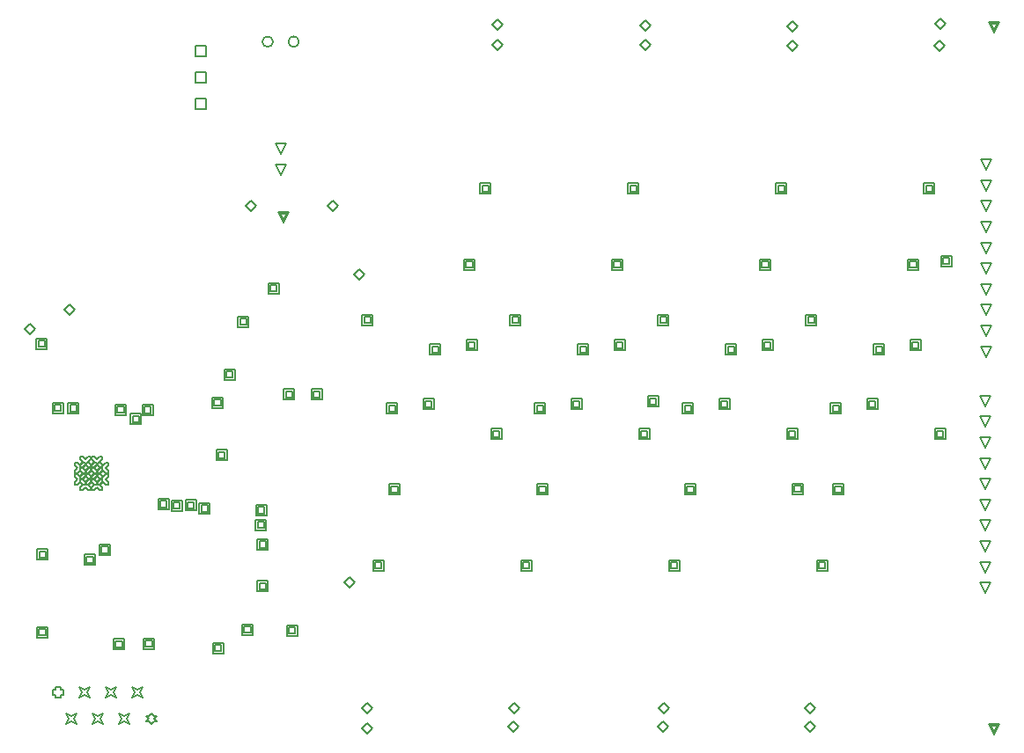
<source format=gbr>
G04*
G04 #@! TF.GenerationSoftware,Altium Limited,Altium Designer,24.0.1 (36)*
G04*
G04 Layer_Color=2752767*
%FSLAX25Y25*%
%MOIN*%
G70*
G04*
G04 #@! TF.SameCoordinates,A2E01C4A-C41F-4235-85C4-DC12FCC8AE1E*
G04*
G04*
G04 #@! TF.FilePolarity,Positive*
G04*
G01*
G75*
%ADD10C,0.00500*%
%ADD106C,0.00667*%
D10*
X305000Y406000D02*
X303000Y410000D01*
X307000D01*
X305000Y406000D01*
Y406800D02*
X303800Y409200D01*
X306200D01*
X305000Y406800D01*
X574000Y212000D02*
X572000Y216000D01*
X576000D01*
X574000Y212000D01*
Y212800D02*
X572800Y215200D01*
X575200D01*
X574000Y212800D01*
Y478000D02*
X572000Y482000D01*
X576000D01*
X574000Y478000D01*
Y478800D02*
X572800Y481200D01*
X575200D01*
X574000Y478800D01*
X225839Y310996D02*
X226839D01*
X227839Y311996D01*
X228839Y310996D01*
X229839D01*
Y311996D01*
X228839Y312996D01*
X229839Y313996D01*
Y314996D01*
X228839D01*
X227839Y313996D01*
X226839Y314996D01*
X225839D01*
Y313996D01*
X226839Y312996D01*
X225839Y311996D01*
Y310996D01*
X228004Y313161D02*
X229004D01*
X230004Y314161D01*
X231004Y313161D01*
X232004D01*
Y314161D01*
X231004Y315161D01*
X232004Y316161D01*
Y317161D01*
X231004D01*
X230004Y316161D01*
X229004Y317161D01*
X228004D01*
Y316161D01*
X229004Y315161D01*
X228004Y314161D01*
Y313161D01*
X232335D02*
X233335D01*
X234335Y314161D01*
X235335Y313161D01*
X236335D01*
Y314161D01*
X235335Y315161D01*
X236335Y316161D01*
Y317161D01*
X235335D01*
X234335Y316161D01*
X233335Y317161D01*
X232335D01*
Y316161D01*
X233335Y315161D01*
X232335Y314161D01*
Y313161D01*
X225839Y306665D02*
X226839D01*
X227839Y307665D01*
X228839Y306665D01*
X229839D01*
Y307665D01*
X228839Y308665D01*
X229839Y309665D01*
Y310665D01*
X228839D01*
X227839Y309665D01*
X226839Y310665D01*
X225839D01*
Y309665D01*
X226839Y308665D01*
X225839Y307665D01*
Y306665D01*
X230169Y310996D02*
X231169D01*
X232169Y311996D01*
X233169Y310996D01*
X234169D01*
Y311996D01*
X233169Y312996D01*
X234169Y313996D01*
Y314996D01*
X233169D01*
X232169Y313996D01*
X231169Y314996D01*
X230169D01*
Y313996D01*
X231169Y312996D01*
X230169Y311996D01*
Y310996D01*
X228004Y308831D02*
X229004D01*
X230004Y309831D01*
X231004Y308831D01*
X232004D01*
Y309831D01*
X231004Y310831D01*
X232004Y311831D01*
Y312831D01*
X231004D01*
X230004Y311831D01*
X229004Y312831D01*
X228004D01*
Y311831D01*
X229004Y310831D01*
X228004Y309831D01*
Y308831D01*
Y304500D02*
X229004D01*
X230004Y305500D01*
X231004Y304500D01*
X232004D01*
Y305500D01*
X231004Y306500D01*
X232004Y307500D01*
Y308500D01*
X231004D01*
X230004Y307500D01*
X229004Y308500D01*
X228004D01*
Y307500D01*
X229004Y306500D01*
X228004Y305500D01*
Y304500D01*
X230169Y306665D02*
X231169D01*
X232169Y307665D01*
X233169Y306665D01*
X234169D01*
Y307665D01*
X233169Y308665D01*
X234169Y309665D01*
Y310665D01*
X233169D01*
X232169Y309665D01*
X231169Y310665D01*
X230169D01*
Y309665D01*
X231169Y308665D01*
X230169Y307665D01*
Y306665D01*
X234500Y310996D02*
X235500D01*
X236500Y311996D01*
X237500Y310996D01*
X238500D01*
Y311996D01*
X237500Y312996D01*
X238500Y313996D01*
Y314996D01*
X237500D01*
X236500Y313996D01*
X235500Y314996D01*
X234500D01*
Y313996D01*
X235500Y312996D01*
X234500Y311996D01*
Y310996D01*
Y306665D02*
X235500D01*
X236500Y307665D01*
X237500Y306665D01*
X238500D01*
Y307665D01*
X237500Y308665D01*
X238500Y309665D01*
Y310665D01*
X237500D01*
X236500Y309665D01*
X235500Y310665D01*
X234500D01*
Y309665D01*
X235500Y308665D01*
X234500Y307665D01*
Y306665D01*
X232335Y308831D02*
X233335D01*
X234335Y309831D01*
X235335Y308831D01*
X236335D01*
Y309831D01*
X235335Y310831D01*
X236335Y311831D01*
Y312831D01*
X235335D01*
X234335Y311831D01*
X233335Y312831D01*
X232335D01*
Y311831D01*
X233335Y310831D01*
X232335Y309831D01*
Y308831D01*
Y304500D02*
X233335D01*
X234335Y305500D01*
X235335Y304500D01*
X236335D01*
Y305500D01*
X235335Y306500D01*
X236335Y307500D01*
Y308500D01*
X235335D01*
X234335Y307500D01*
X233335Y308500D01*
X232335D01*
Y307500D01*
X233335Y306500D01*
X232335Y305500D01*
Y304500D01*
X271693Y449000D02*
Y453000D01*
X275693D01*
Y449000D01*
X271693D01*
Y459000D02*
Y463000D01*
X275693D01*
Y459000D01*
X271693D01*
Y469000D02*
Y473000D01*
X275693D01*
Y469000D01*
X271693D01*
X304000Y431937D02*
X302000Y435937D01*
X306000D01*
X304000Y431937D01*
Y424063D02*
X302000Y428063D01*
X306000D01*
X304000Y424063D01*
X570737Y265514D02*
X568737Y269514D01*
X572737D01*
X570737Y265514D01*
Y273389D02*
X568737Y277389D01*
X572737D01*
X570737Y273389D01*
Y281262D02*
X568737Y285262D01*
X572737D01*
X570737Y281262D01*
Y289137D02*
X568737Y293137D01*
X572737D01*
X570737Y289137D01*
Y297010D02*
X568737Y301010D01*
X572737D01*
X570737Y297010D01*
Y304885D02*
X568737Y308885D01*
X572737D01*
X570737Y304885D01*
Y312758D02*
X568737Y316758D01*
X572737D01*
X570737Y312758D01*
Y320633D02*
X568737Y324633D01*
X572737D01*
X570737Y320633D01*
Y328507D02*
X568737Y332507D01*
X572737D01*
X570737Y328507D01*
Y336381D02*
X568737Y340381D01*
X572737D01*
X570737Y336381D01*
X571026Y355043D02*
X569026Y359043D01*
X573026D01*
X571026Y355043D01*
Y362917D02*
X569026Y366917D01*
X573026D01*
X571026Y362917D01*
Y370791D02*
X569026Y374791D01*
X573026D01*
X571026Y370791D01*
Y378665D02*
X569026Y382665D01*
X573026D01*
X571026Y378665D01*
Y386539D02*
X569026Y390539D01*
X573026D01*
X571026Y386539D01*
Y394413D02*
X569026Y398413D01*
X573026D01*
X571026Y394413D01*
Y402287D02*
X569026Y406287D01*
X573026D01*
X571026Y402287D01*
Y410161D02*
X569026Y414161D01*
X573026D01*
X571026Y410161D01*
Y418035D02*
X569026Y422035D01*
X573026D01*
X571026Y418035D01*
Y425909D02*
X569026Y429909D01*
X573026D01*
X571026Y425909D01*
X255000Y216000D02*
X256000Y217000D01*
X257000D01*
X256000Y218000D01*
X257000Y219000D01*
X256000D01*
X255000Y220000D01*
X254000Y219000D01*
X253000D01*
X254000Y218000D01*
X253000Y217000D01*
X254000D01*
X255000Y216000D01*
X242764D02*
X243764Y218000D01*
X242764Y220000D01*
X244764Y219000D01*
X246764Y220000D01*
X245764Y218000D01*
X246764Y216000D01*
X244764Y217000D01*
X242764Y216000D01*
X232764D02*
X233764Y218000D01*
X232764Y220000D01*
X234764Y219000D01*
X236764Y220000D01*
X235764Y218000D01*
X236764Y216000D01*
X234764Y217000D01*
X232764Y216000D01*
X247764Y226000D02*
X248764Y228000D01*
X247764Y230000D01*
X249764Y229000D01*
X251764Y230000D01*
X250764Y228000D01*
X251764Y226000D01*
X249764Y227000D01*
X247764Y226000D01*
X237764D02*
X238764Y228000D01*
X237764Y230000D01*
X239764Y229000D01*
X241764Y230000D01*
X240764Y228000D01*
X241764Y226000D01*
X239764Y227000D01*
X237764Y226000D01*
X218528Y227000D02*
Y226000D01*
X220528D01*
Y227000D01*
X221528D01*
Y229000D01*
X220528D01*
Y230000D01*
X218528D01*
Y229000D01*
X217528D01*
Y227000D01*
X218528D01*
X222764Y216000D02*
X223764Y218000D01*
X222764Y220000D01*
X224764Y219000D01*
X226764Y220000D01*
X225764Y218000D01*
X226764Y216000D01*
X224764Y217000D01*
X222764Y216000D01*
X227764Y226000D02*
X228764Y228000D01*
X227764Y230000D01*
X229764Y229000D01*
X231764Y230000D01*
X230764Y228000D01*
X231764Y226000D01*
X229764Y227000D01*
X227764Y226000D01*
X207152Y365459D02*
X209152Y367459D01*
X211152Y365459D01*
X209152Y363459D01*
X207152Y365459D01*
X267888Y296852D02*
Y300852D01*
X271888D01*
Y296852D01*
X267888D01*
X268688Y297652D02*
Y300052D01*
X271088D01*
Y297652D01*
X268688D01*
X262513Y296711D02*
Y300711D01*
X266513D01*
Y296711D01*
X262513D01*
X263313Y297511D02*
Y299911D01*
X265713D01*
Y297511D01*
X263313D01*
X277989Y335697D02*
Y339697D01*
X281989D01*
Y335697D01*
X277989D01*
X278788Y336497D02*
Y338897D01*
X281189D01*
Y336497D01*
X278788D01*
X287749Y366393D02*
Y370393D01*
X291749D01*
Y366393D01*
X287749D01*
X288549Y367193D02*
Y369593D01*
X290949D01*
Y367193D01*
X288549D01*
X290790Y412249D02*
X292790Y414249D01*
X294790Y412249D01*
X292790Y410249D01*
X290790Y412249D01*
X553892Y389412D02*
Y393412D01*
X557892D01*
Y389412D01*
X553892D01*
X554692Y390212D02*
Y392612D01*
X557092D01*
Y390212D01*
X554692D01*
X442911Y336206D02*
Y340206D01*
X446911D01*
Y336206D01*
X442911D01*
X443711Y337006D02*
Y339406D01*
X446111D01*
Y337006D01*
X443711D01*
X497640Y303101D02*
Y307101D01*
X501640D01*
Y303101D01*
X497640D01*
X498440Y303901D02*
Y306301D01*
X500840D01*
Y303901D01*
X498440D01*
X211371Y358008D02*
Y362008D01*
X215371D01*
Y358008D01*
X211371D01*
X212171Y358808D02*
Y361208D01*
X214571D01*
Y358808D01*
X212171D01*
X495720Y480204D02*
X497720Y482204D01*
X499720Y480204D01*
X497720Y478204D01*
X495720Y480204D01*
X383973Y481078D02*
X385973Y483078D01*
X387973Y481078D01*
X385973Y479078D01*
X383973Y481078D01*
X440148Y480607D02*
X442148Y482607D01*
X444148Y480607D01*
X442148Y478607D01*
X440148Y480607D01*
X551592Y481152D02*
X553592Y483152D01*
X555592Y481152D01*
X553592Y479152D01*
X551592Y481152D01*
X334597Y214341D02*
X336597Y216341D01*
X338597Y214341D01*
X336597Y212341D01*
X334597Y214341D01*
X390089Y214836D02*
X392089Y216836D01*
X394089Y214836D01*
X392089Y212836D01*
X390089Y214836D01*
X502302Y214817D02*
X504302Y216817D01*
X506302Y214817D01*
X504302Y212817D01*
X502302Y214817D01*
X446611Y215043D02*
X448611Y217043D01*
X450611Y215043D01*
X448611Y213043D01*
X446611Y215043D01*
X551456Y473047D02*
X553456Y475047D01*
X555456Y473047D01*
X553456Y471047D01*
X551456Y473047D01*
X495678Y473105D02*
X497678Y475105D01*
X499678Y473105D01*
X497678Y471105D01*
X495678Y473105D01*
X439914Y473144D02*
X441914Y475144D01*
X443914Y473144D01*
X441914Y471144D01*
X439914Y473144D01*
X384001Y473177D02*
X386001Y475177D01*
X388001Y473177D01*
X386001Y471177D01*
X384001Y473177D01*
X334764Y221852D02*
X336764Y223852D01*
X338764Y221852D01*
X336764Y219852D01*
X334764Y221852D01*
X390304Y221931D02*
X392304Y223931D01*
X394304Y221931D01*
X392304Y219931D01*
X390304Y221931D01*
X446883Y221937D02*
X448883Y223937D01*
X450883Y221937D01*
X448883Y219937D01*
X446883Y221937D01*
X502466Y221974D02*
X504466Y223974D01*
X506466Y221974D01*
X504466Y219974D01*
X502466Y221974D01*
X512105Y333478D02*
Y337478D01*
X516105D01*
Y333478D01*
X512105D01*
X512905Y334278D02*
Y336678D01*
X515305D01*
Y334278D01*
X512905D01*
X551611Y323917D02*
Y327917D01*
X555611D01*
Y323917D01*
X551611D01*
X552411Y324717D02*
Y327117D01*
X554811D01*
Y324717D01*
X552411D01*
X506854Y274116D02*
Y278116D01*
X510854D01*
Y274116D01*
X506854D01*
X507654Y274916D02*
Y277316D01*
X510054D01*
Y274916D01*
X507654D01*
X512971Y302918D02*
Y306918D01*
X516971D01*
Y302918D01*
X512971D01*
X513771Y303718D02*
Y306118D01*
X516171D01*
Y303718D01*
X513771D01*
X525952Y335241D02*
Y339241D01*
X529952D01*
Y335241D01*
X525952D01*
X526752Y336041D02*
Y338441D01*
X529152D01*
Y336041D01*
X526752D01*
X456105Y333478D02*
Y337478D01*
X460105D01*
Y333478D01*
X456105D01*
X456905Y334278D02*
Y336678D01*
X459305D01*
Y334278D01*
X456905D01*
X495611Y323917D02*
Y327917D01*
X499611D01*
Y323917D01*
X495611D01*
X496411Y324717D02*
Y327117D01*
X498811D01*
Y324717D01*
X496411D01*
X450854Y274116D02*
Y278116D01*
X454854D01*
Y274116D01*
X450854D01*
X451654Y274916D02*
Y277316D01*
X454054D01*
Y274916D01*
X451654D01*
X456971Y302918D02*
Y306918D01*
X460971D01*
Y302918D01*
X456971D01*
X457771Y303718D02*
Y306118D01*
X460171D01*
Y303718D01*
X457771D01*
X469952Y335241D02*
Y339241D01*
X473952D01*
Y335241D01*
X469952D01*
X470752Y336041D02*
Y338441D01*
X473152D01*
Y336041D01*
X470752D01*
X400105Y333478D02*
Y337478D01*
X404105D01*
Y333478D01*
X400105D01*
X400905Y334278D02*
Y336678D01*
X403305D01*
Y334278D01*
X400905D01*
X439611Y323917D02*
Y327917D01*
X443611D01*
Y323917D01*
X439611D01*
X440411Y324717D02*
Y327117D01*
X442811D01*
Y324717D01*
X440411D01*
X394854Y274116D02*
Y278116D01*
X398854D01*
Y274116D01*
X394854D01*
X395654Y274916D02*
Y277316D01*
X398054D01*
Y274916D01*
X395654D01*
X400971Y302918D02*
Y306918D01*
X404971D01*
Y302918D01*
X400971D01*
X401771Y303718D02*
Y306118D01*
X404171D01*
Y303718D01*
X401771D01*
X413952Y335241D02*
Y339241D01*
X417952D01*
Y335241D01*
X413952D01*
X414752Y336041D02*
Y338441D01*
X417152D01*
Y336041D01*
X414752D01*
X542219Y357558D02*
Y361558D01*
X546219D01*
Y357558D01*
X542219D01*
X543019Y358358D02*
Y360758D01*
X545420D01*
Y358358D01*
X543019D01*
X502714Y367119D02*
Y371119D01*
X506714D01*
Y367119D01*
X502714D01*
X503514Y367919D02*
Y370319D01*
X505914D01*
Y367919D01*
X503514D01*
X547471Y416920D02*
Y420920D01*
X551471D01*
Y416920D01*
X547471D01*
X548271Y417720D02*
Y420120D01*
X550671D01*
Y417720D01*
X548271D01*
X528373Y355795D02*
Y359795D01*
X532373D01*
Y355795D01*
X528373D01*
X529173Y356595D02*
Y358995D01*
X531573D01*
Y356595D01*
X529173D01*
X541354Y388118D02*
Y392118D01*
X545354D01*
Y388118D01*
X541354D01*
X542154Y388918D02*
Y391318D01*
X544554D01*
Y388918D01*
X542154D01*
X486220Y357558D02*
Y361558D01*
X490219D01*
Y357558D01*
X486220D01*
X487019Y358358D02*
Y360758D01*
X489420D01*
Y358358D01*
X487019D01*
X446714Y367119D02*
Y371119D01*
X450714D01*
Y367119D01*
X446714D01*
X447514Y367919D02*
Y370319D01*
X449914D01*
Y367919D01*
X447514D01*
X491471Y416920D02*
Y420920D01*
X495471D01*
Y416920D01*
X491471D01*
X492271Y417720D02*
Y420120D01*
X494671D01*
Y417720D01*
X492271D01*
X472373Y355795D02*
Y359795D01*
X476373D01*
Y355795D01*
X472373D01*
X473173Y356595D02*
Y358995D01*
X475573D01*
Y356595D01*
X473173D01*
X485354Y388118D02*
Y392118D01*
X489354D01*
Y388118D01*
X485354D01*
X486154Y388918D02*
Y391318D01*
X488554D01*
Y388918D01*
X486154D01*
X430220Y357558D02*
Y361558D01*
X434220D01*
Y357558D01*
X430220D01*
X431019Y358358D02*
Y360758D01*
X433420D01*
Y358358D01*
X431019D01*
X390714Y367119D02*
Y371119D01*
X394714D01*
Y367119D01*
X390714D01*
X391514Y367919D02*
Y370319D01*
X393914D01*
Y367919D01*
X391514D01*
X435471Y416920D02*
Y420920D01*
X439471D01*
Y416920D01*
X435471D01*
X436271Y417720D02*
Y420120D01*
X438671D01*
Y417720D01*
X436271D01*
X416373Y355795D02*
Y359795D01*
X420373D01*
Y355795D01*
X416373D01*
X417173Y356595D02*
Y358995D01*
X419573D01*
Y356595D01*
X417173D01*
X429354Y388118D02*
Y392118D01*
X433354D01*
Y388118D01*
X429354D01*
X430154Y388918D02*
Y391318D01*
X432554D01*
Y388918D01*
X430154D01*
X299226Y379104D02*
Y383104D01*
X303226D01*
Y379104D01*
X299226D01*
X300026Y379904D02*
Y382304D01*
X302426D01*
Y379904D01*
X300026D01*
X321560Y412234D02*
X323560Y414234D01*
X325560Y412234D01*
X323560Y410234D01*
X321560Y412234D01*
X327979Y269678D02*
X329979Y271678D01*
X331979Y269678D01*
X329979Y267678D01*
X327979Y269678D01*
X331750Y386323D02*
X333750Y388323D01*
X335750Y386323D01*
X333750Y384323D01*
X331750Y386323D01*
X282619Y346366D02*
Y350366D01*
X286619D01*
Y346366D01*
X282619D01*
X283419Y347166D02*
Y349566D01*
X285819D01*
Y347166D01*
X283419D01*
X279562Y315917D02*
Y319917D01*
X283562D01*
Y315917D01*
X279562D01*
X280363Y316717D02*
Y319117D01*
X282763D01*
Y316717D01*
X280363D01*
X273148Y295596D02*
Y299596D01*
X277148D01*
Y295596D01*
X273148D01*
X273948Y296396D02*
Y298796D01*
X276348D01*
Y296396D01*
X273948D01*
X315500Y338822D02*
Y342822D01*
X319500D01*
Y338822D01*
X315500D01*
X316300Y339622D02*
Y342022D01*
X318700D01*
Y339622D01*
X316300D01*
X305108Y338865D02*
Y342865D01*
X309108D01*
Y338865D01*
X305108D01*
X305908Y339666D02*
Y342066D01*
X308308D01*
Y339666D01*
X305908D01*
X338854Y274116D02*
Y278116D01*
X342854D01*
Y274116D01*
X338854D01*
X339654Y274916D02*
Y277316D01*
X342054D01*
Y274916D01*
X339654D01*
X344971Y302918D02*
Y306918D01*
X348971D01*
Y302918D01*
X344971D01*
X345771Y303718D02*
Y306118D01*
X348171D01*
Y303718D01*
X345771D01*
X344105Y333478D02*
Y337478D01*
X348105D01*
Y333478D01*
X344105D01*
X344905Y334278D02*
Y336678D01*
X347305D01*
Y334278D01*
X344905D01*
X357952Y335241D02*
Y339241D01*
X361952D01*
Y335241D01*
X357952D01*
X358752Y336041D02*
Y338441D01*
X361152D01*
Y336041D01*
X358752D01*
X383611Y323917D02*
Y327917D01*
X387611D01*
Y323917D01*
X383611D01*
X384411Y324717D02*
Y327117D01*
X386811D01*
Y324717D01*
X384411D01*
X374219Y357558D02*
Y361558D01*
X378220D01*
Y357558D01*
X374219D01*
X375020Y358358D02*
Y360758D01*
X377419D01*
Y358358D01*
X375020D01*
X334714Y367119D02*
Y371119D01*
X338714D01*
Y367119D01*
X334714D01*
X335514Y367919D02*
Y370319D01*
X337914D01*
Y367919D01*
X335514D01*
X379471Y416920D02*
Y420920D01*
X383471D01*
Y416920D01*
X379471D01*
X380271Y417720D02*
Y420120D01*
X382671D01*
Y417720D01*
X380271D01*
X360373Y355795D02*
Y359795D01*
X364373D01*
Y355795D01*
X360373D01*
X361173Y356595D02*
Y358995D01*
X363573D01*
Y356595D01*
X361173D01*
X373354Y388118D02*
Y392118D01*
X377354D01*
Y388118D01*
X373354D01*
X374154Y388918D02*
Y391318D01*
X376554D01*
Y388918D01*
X374154D01*
X221993Y373035D02*
X223993Y375034D01*
X225993Y373035D01*
X223993Y371035D01*
X221993Y373035D01*
X240674Y244200D02*
Y248200D01*
X244674D01*
Y244200D01*
X240674D01*
X241474Y245000D02*
Y247400D01*
X243874D01*
Y245000D01*
X241474D01*
X217632Y333704D02*
Y337704D01*
X221632D01*
Y333704D01*
X217632D01*
X218432Y334504D02*
Y336904D01*
X220832D01*
Y334504D01*
X218432D01*
X223476Y333612D02*
Y337613D01*
X227476D01*
Y333612D01*
X223476D01*
X224276Y334413D02*
Y336812D01*
X226676D01*
Y334413D01*
X224276D01*
X251534Y332939D02*
Y336939D01*
X255534D01*
Y332939D01*
X251534D01*
X252334Y333739D02*
Y336139D01*
X254734D01*
Y333739D01*
X252334D01*
X294521Y294935D02*
Y298935D01*
X298521D01*
Y294935D01*
X294521D01*
X295321Y295735D02*
Y298135D01*
X297721D01*
Y295735D01*
X295321D01*
X294429Y289357D02*
Y293357D01*
X298429D01*
Y289357D01*
X294429D01*
X295229Y290157D02*
Y292557D01*
X297629D01*
Y290157D01*
X295229D01*
X295104Y266162D02*
Y270162D01*
X299104D01*
Y266162D01*
X295104D01*
X295904Y266962D02*
Y269362D01*
X298304D01*
Y266962D01*
X295904D01*
X295128Y281958D02*
Y285958D01*
X299128D01*
Y281958D01*
X295128D01*
X295928Y282758D02*
Y285158D01*
X298327D01*
Y282758D01*
X295928D01*
X257589Y297274D02*
Y301274D01*
X261589D01*
Y297274D01*
X257589D01*
X258388Y298074D02*
Y300474D01*
X260788D01*
Y298074D01*
X258388D01*
X241330Y333028D02*
Y337028D01*
X245330D01*
Y333028D01*
X241330D01*
X242130Y333828D02*
Y336228D01*
X244530D01*
Y333828D01*
X242130D01*
X247098Y329577D02*
Y333577D01*
X251098D01*
Y329577D01*
X247098D01*
X247898Y330377D02*
Y332777D01*
X250298D01*
Y330377D01*
X247898D01*
X229643Y276214D02*
Y280214D01*
X233643D01*
Y276214D01*
X229643D01*
X230443Y277014D02*
Y279414D01*
X232843D01*
Y277014D01*
X230443D01*
X235300Y279982D02*
Y283982D01*
X239300D01*
Y279982D01*
X235300D01*
X236100Y280782D02*
Y283182D01*
X238500D01*
Y280782D01*
X236100D01*
X289309Y249676D02*
Y253676D01*
X293309D01*
Y249676D01*
X289309D01*
X290109Y250476D02*
Y252876D01*
X292509D01*
Y250476D01*
X290109D01*
X306197Y249400D02*
Y253400D01*
X310197D01*
Y249400D01*
X306197D01*
X306997Y250200D02*
Y252600D01*
X309397D01*
Y250200D01*
X306997D01*
X211701Y278154D02*
Y282154D01*
X215701D01*
Y278154D01*
X211701D01*
X212501Y278954D02*
Y281354D01*
X214901D01*
Y278954D01*
X212501D01*
X211661Y248756D02*
Y252755D01*
X215661D01*
Y248756D01*
X211661D01*
X212460Y249555D02*
Y251956D01*
X214861D01*
Y249555D01*
X212460D01*
X278221Y242679D02*
Y246679D01*
X282221D01*
Y242679D01*
X278221D01*
X279021Y243479D02*
Y245879D01*
X281420D01*
Y243479D01*
X279021D01*
X251975Y244407D02*
Y248407D01*
X255975D01*
Y244407D01*
X251975D01*
X252775Y245206D02*
Y247606D01*
X255175D01*
Y245206D01*
X252775D01*
D106*
X301000Y474500D02*
G03*
X301000Y474500I-2000J0D01*
G01*
X310842D02*
G03*
X310842Y474500I-2000J0D01*
G01*
M02*

</source>
